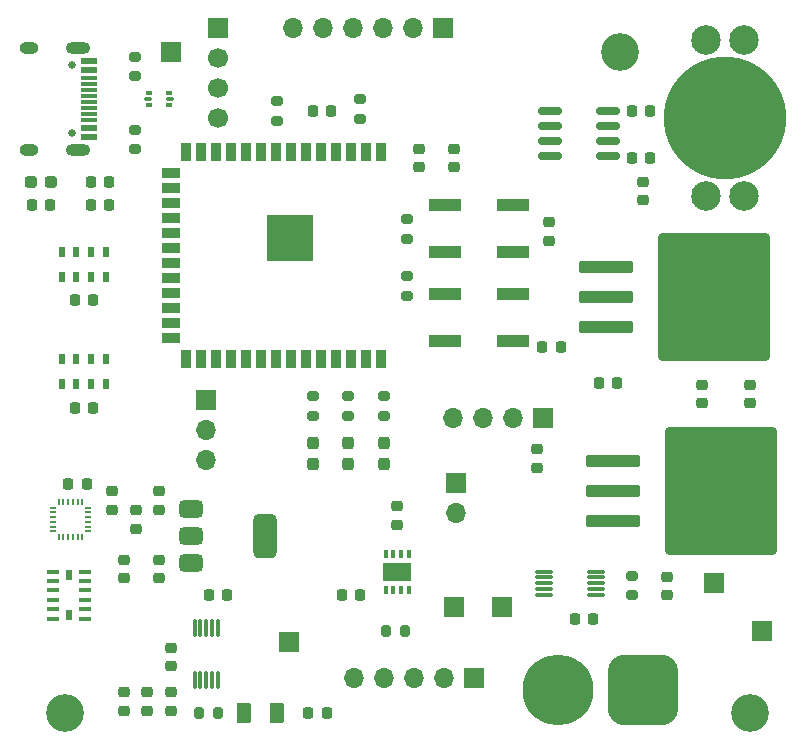
<source format=gbr>
%TF.GenerationSoftware,KiCad,Pcbnew,9.0.6*%
%TF.CreationDate,2025-12-27T23:02:08-08:00*%
%TF.ProjectId,Test Rocket Board,54657374-2052-46f6-936b-657420426f61,rev?*%
%TF.SameCoordinates,Original*%
%TF.FileFunction,Soldermask,Top*%
%TF.FilePolarity,Negative*%
%FSLAX46Y46*%
G04 Gerber Fmt 4.6, Leading zero omitted, Abs format (unit mm)*
G04 Created by KiCad (PCBNEW 9.0.6) date 2025-12-27 23:02:08*
%MOMM*%
%LPD*%
G01*
G04 APERTURE LIST*
G04 Aperture macros list*
%AMRoundRect*
0 Rectangle with rounded corners*
0 $1 Rounding radius*
0 $2 $3 $4 $5 $6 $7 $8 $9 X,Y pos of 4 corners*
0 Add a 4 corners polygon primitive as box body*
4,1,4,$2,$3,$4,$5,$6,$7,$8,$9,$2,$3,0*
0 Add four circle primitives for the rounded corners*
1,1,$1+$1,$2,$3*
1,1,$1+$1,$4,$5*
1,1,$1+$1,$6,$7*
1,1,$1+$1,$8,$9*
0 Add four rect primitives between the rounded corners*
20,1,$1+$1,$2,$3,$4,$5,0*
20,1,$1+$1,$4,$5,$6,$7,0*
20,1,$1+$1,$6,$7,$8,$9,0*
20,1,$1+$1,$8,$9,$2,$3,0*%
G04 Aperture macros list end*
%ADD10R,0.550000X0.950000*%
%ADD11RoundRect,0.200000X0.275000X-0.200000X0.275000X0.200000X-0.275000X0.200000X-0.275000X-0.200000X0*%
%ADD12RoundRect,0.237500X0.237500X-0.287500X0.237500X0.287500X-0.237500X0.287500X-0.237500X-0.287500X0*%
%ADD13RoundRect,0.225000X0.250000X-0.225000X0.250000X0.225000X-0.250000X0.225000X-0.250000X-0.225000X0*%
%ADD14RoundRect,0.200000X-0.275000X0.200000X-0.275000X-0.200000X0.275000X-0.200000X0.275000X0.200000X0*%
%ADD15RoundRect,0.075000X-0.650000X-0.075000X0.650000X-0.075000X0.650000X0.075000X-0.650000X0.075000X0*%
%ADD16R,1.700000X1.700000*%
%ADD17C,1.700000*%
%ADD18RoundRect,0.218750X0.218750X0.256250X-0.218750X0.256250X-0.218750X-0.256250X0.218750X-0.256250X0*%
%ADD19C,3.200000*%
%ADD20O,1.700000X1.700000*%
%ADD21RoundRect,0.200000X0.200000X0.275000X-0.200000X0.275000X-0.200000X-0.275000X0.200000X-0.275000X0*%
%ADD22RoundRect,0.250000X-2.050000X-0.300000X2.050000X-0.300000X2.050000X0.300000X-2.050000X0.300000X0*%
%ADD23RoundRect,0.250002X-4.449998X-5.149998X4.449998X-5.149998X4.449998X5.149998X-4.449998X5.149998X0*%
%ADD24RoundRect,0.225000X-0.225000X-0.250000X0.225000X-0.250000X0.225000X0.250000X-0.225000X0.250000X0*%
%ADD25RoundRect,0.218750X-0.256250X0.218750X-0.256250X-0.218750X0.256250X-0.218750X0.256250X0.218750X0*%
%ADD26R,0.900000X1.500000*%
%ADD27R,1.500000X0.900000*%
%ADD28C,0.600000*%
%ADD29R,3.900000X3.900000*%
%ADD30RoundRect,0.225000X-0.250000X0.225000X-0.250000X-0.225000X0.250000X-0.225000X0.250000X0.225000X0*%
%ADD31R,2.750000X1.000000*%
%ADD32RoundRect,0.218750X-0.218750X-0.256250X0.218750X-0.256250X0.218750X0.256250X-0.218750X0.256250X0*%
%ADD33RoundRect,0.250000X0.375000X0.625000X-0.375000X0.625000X-0.375000X-0.625000X0.375000X-0.625000X0*%
%ADD34R,0.350000X0.650000*%
%ADD35R,2.400000X1.550000*%
%ADD36C,0.650000*%
%ADD37R,1.450000X0.600000*%
%ADD38R,1.450000X0.300000*%
%ADD39O,2.100000X1.000000*%
%ADD40O,1.600000X1.000000*%
%ADD41RoundRect,0.150000X0.825000X0.150000X-0.825000X0.150000X-0.825000X-0.150000X0.825000X-0.150000X0*%
%ADD42RoundRect,0.225000X0.225000X0.250000X-0.225000X0.250000X-0.225000X-0.250000X0.225000X-0.250000X0*%
%ADD43RoundRect,0.375000X-0.625000X-0.375000X0.625000X-0.375000X0.625000X0.375000X-0.625000X0.375000X0*%
%ADD44RoundRect,0.500000X-0.500000X-1.400000X0.500000X-1.400000X0.500000X1.400000X-0.500000X1.400000X0*%
%ADD45RoundRect,0.075000X-0.075000X0.650000X-0.075000X-0.650000X0.075000X-0.650000X0.075000X0.650000X0*%
%ADD46RoundRect,1.500000X1.500000X1.500000X-1.500000X1.500000X-1.500000X-1.500000X1.500000X-1.500000X0*%
%ADD47C,6.000000*%
%ADD48RoundRect,0.237500X0.287500X0.237500X-0.287500X0.237500X-0.287500X-0.237500X0.287500X-0.237500X0*%
%ADD49RoundRect,0.093750X-0.156250X-0.093750X0.156250X-0.093750X0.156250X0.093750X-0.156250X0.093750X0*%
%ADD50RoundRect,0.075000X-0.250000X-0.075000X0.250000X-0.075000X0.250000X0.075000X-0.250000X0.075000X0*%
%ADD51RoundRect,0.050000X0.050000X-0.225000X0.050000X0.225000X-0.050000X0.225000X-0.050000X-0.225000X0*%
%ADD52RoundRect,0.050000X0.225000X0.050000X-0.225000X0.050000X-0.225000X-0.050000X0.225000X-0.050000X0*%
%ADD53C,10.404000*%
%ADD54C,2.504000*%
%ADD55R,1.117800X0.449200*%
%ADD56R,0.500000X0.813000*%
G04 APERTURE END LIST*
D10*
%TO.C,U3*%
X136750000Y-107150000D03*
X138000000Y-107150000D03*
X139250000Y-107150000D03*
X140500000Y-107150000D03*
X140500000Y-105000000D03*
X139250000Y-105000000D03*
X138000000Y-105000000D03*
X136750000Y-105000000D03*
%TD*%
D11*
%TO.C,R9*%
X185000000Y-125000000D03*
X185000000Y-123350000D03*
%TD*%
%TO.C,R3*%
X166000000Y-99650000D03*
X166000000Y-98000000D03*
%TD*%
D12*
%TO.C,D2*%
X158000000Y-113875000D03*
X158000000Y-112125000D03*
%TD*%
D13*
%TO.C,C4*%
X186000000Y-91550000D03*
X186000000Y-90000000D03*
%TD*%
D14*
%TO.C,R5*%
X142955000Y-85600000D03*
X142955000Y-87250000D03*
%TD*%
D12*
%TO.C,D4*%
X164000000Y-113875000D03*
X164000000Y-112125000D03*
%TD*%
D15*
%TO.C,U9*%
X177600000Y-123000000D03*
X177600000Y-123500000D03*
X177600000Y-124000000D03*
X177600000Y-124500000D03*
X177600000Y-125000000D03*
X182000000Y-125000000D03*
X182000000Y-124500000D03*
X182000000Y-124000000D03*
X182000000Y-123500000D03*
X182000000Y-123000000D03*
%TD*%
D16*
%TO.C,J8*%
X150000000Y-76960000D03*
D17*
X150000000Y-79500000D03*
X150000000Y-82040000D03*
X150000000Y-84580000D03*
%TD*%
D18*
%TO.C,D7*%
X140787500Y-92000000D03*
X139212500Y-92000000D03*
%TD*%
D11*
%TO.C,R6*%
X158000000Y-109825000D03*
X158000000Y-108175000D03*
%TD*%
D18*
%TO.C,F1*%
X135787500Y-92000000D03*
X134212500Y-92000000D03*
%TD*%
D19*
%TO.C,H2*%
X195000000Y-135000000D03*
%TD*%
D16*
%TO.C,J2*%
X177540000Y-110000000D03*
D20*
X175000000Y-110000000D03*
X172460000Y-110000000D03*
X169920000Y-110000000D03*
%TD*%
D16*
%TO.C,TP4*%
X156000000Y-129000000D03*
%TD*%
D21*
%TO.C,R10*%
X150000000Y-135000000D03*
X148350000Y-135000000D03*
%TD*%
D22*
%TO.C,U6*%
X182850000Y-97235000D03*
X182850000Y-99775000D03*
D23*
X192000000Y-99775000D03*
D22*
X182850000Y-102315000D03*
%TD*%
D24*
%TO.C,C10*%
X137850000Y-100000000D03*
X139400000Y-100000000D03*
%TD*%
D25*
%TO.C,D6*%
X142000000Y-133212500D03*
X142000000Y-134787500D03*
%TD*%
D26*
%TO.C,IC1*%
X163781683Y-87500000D03*
X162511683Y-87500000D03*
X161241683Y-87500000D03*
X159971683Y-87500000D03*
X158701683Y-87500000D03*
X157431683Y-87500000D03*
X156161683Y-87500000D03*
X154891683Y-87500000D03*
X153621683Y-87500000D03*
X152351683Y-87500000D03*
X151081683Y-87500000D03*
X149811683Y-87500000D03*
X148541683Y-87500000D03*
X147271683Y-87500000D03*
D27*
X146021683Y-89265000D03*
X146021683Y-90535000D03*
X146021683Y-91805000D03*
X146021683Y-93075000D03*
X146021683Y-94345000D03*
X146021683Y-95615000D03*
X146021683Y-96885000D03*
X146021683Y-98155000D03*
X146021683Y-99425000D03*
X146021683Y-100695000D03*
X146021683Y-101965000D03*
X146021683Y-103235000D03*
D26*
X147271683Y-105000000D03*
X148541683Y-105000000D03*
X149811683Y-105000000D03*
X151081683Y-105000000D03*
X152351683Y-105000000D03*
X153621683Y-105000000D03*
X154891683Y-105000000D03*
X156161683Y-105000000D03*
X157431683Y-105000000D03*
X158701683Y-105000000D03*
X159971683Y-105000000D03*
X161241683Y-105000000D03*
X162511683Y-105000000D03*
X163781683Y-105000000D03*
D28*
X156761683Y-93350000D03*
X155361683Y-93350000D03*
X157461683Y-94050000D03*
X156061683Y-94050000D03*
X154661683Y-94050000D03*
X156761683Y-94750000D03*
D29*
X156061683Y-94750000D03*
D28*
X155361683Y-94750000D03*
X157461683Y-95450000D03*
X156061683Y-95450000D03*
X154661683Y-95450000D03*
X156761683Y-96150000D03*
X155361683Y-96150000D03*
%TD*%
D30*
%TO.C,C3*%
X170000000Y-87225000D03*
X170000000Y-88775000D03*
%TD*%
D19*
%TO.C,H1*%
X137000000Y-135000000D03*
%TD*%
D25*
%TO.C,D5*%
X176968870Y-112653120D03*
X176968870Y-114228120D03*
%TD*%
D24*
%TO.C,C6*%
X185000000Y-84000000D03*
X186550000Y-84000000D03*
%TD*%
D13*
%TO.C,C22*%
X144000000Y-134775000D03*
X144000000Y-133225000D03*
%TD*%
D16*
%TO.C,J7*%
X171620000Y-132000000D03*
D20*
X169080000Y-132000000D03*
X166540000Y-132000000D03*
X164000000Y-132000000D03*
X161460000Y-132000000D03*
%TD*%
D10*
%TO.C,U4*%
X136750000Y-98075000D03*
X138000000Y-98075000D03*
X139250000Y-98075000D03*
X140500000Y-98075000D03*
X140500000Y-95925000D03*
X139250000Y-95925000D03*
X138000000Y-95925000D03*
X136750000Y-95925000D03*
%TD*%
D31*
%TO.C,SW2*%
X169240000Y-99500000D03*
X175000000Y-99500000D03*
X169240000Y-103500000D03*
X175000000Y-103500000D03*
%TD*%
D24*
%TO.C,C9*%
X137850000Y-109150000D03*
X139400000Y-109150000D03*
%TD*%
D32*
%TO.C,D1*%
X139212500Y-90000000D03*
X140787500Y-90000000D03*
%TD*%
D33*
%TO.C,F2*%
X155000000Y-135000000D03*
X152200000Y-135000000D03*
%TD*%
D34*
%TO.C,U11*%
X166125574Y-121476868D03*
X165475574Y-121476868D03*
X164825574Y-121476868D03*
X164175574Y-121476868D03*
X164175574Y-124576868D03*
X164825574Y-124576868D03*
X165475574Y-124576868D03*
X166125574Y-124576868D03*
D35*
X165150574Y-123026868D03*
%TD*%
D36*
%TO.C,J3*%
X137600000Y-80110000D03*
X137600000Y-85890000D03*
D37*
X139045000Y-79750000D03*
X139045000Y-80550000D03*
D38*
X139045000Y-81750000D03*
X139045000Y-82750000D03*
X139045000Y-83250000D03*
X139045000Y-84250000D03*
D37*
X139045000Y-85450000D03*
X139045000Y-86250000D03*
X139045000Y-86250000D03*
X139045000Y-85450000D03*
D38*
X139045000Y-84750000D03*
X139045000Y-83750000D03*
X139045000Y-82250000D03*
X139045000Y-81250000D03*
D37*
X139045000Y-80550000D03*
X139045000Y-79750000D03*
D39*
X138130000Y-78680000D03*
D40*
X133950000Y-78680000D03*
D39*
X138130000Y-87320000D03*
D40*
X133950000Y-87320000D03*
%TD*%
D21*
%TO.C,R12*%
X165825000Y-128046430D03*
X164175000Y-128046430D03*
%TD*%
D30*
%TO.C,C18*%
X195000000Y-107225000D03*
X195000000Y-108775000D03*
%TD*%
D41*
%TO.C,U1*%
X183000000Y-87810000D03*
X183000000Y-86540000D03*
X183000000Y-85270000D03*
X183000000Y-84000000D03*
X178050000Y-84000000D03*
X178050000Y-85270000D03*
X178050000Y-86540000D03*
X178050000Y-87810000D03*
%TD*%
D42*
%TO.C,C20*%
X181775000Y-127000000D03*
X180225000Y-127000000D03*
%TD*%
D24*
%TO.C,C5*%
X185000000Y-88000000D03*
X186550000Y-88000000D03*
%TD*%
D30*
%TO.C,C7*%
X178000000Y-93450000D03*
X178000000Y-95000000D03*
%TD*%
D43*
%TO.C,U8*%
X147700000Y-117700000D03*
X147700000Y-120000000D03*
D44*
X154000000Y-120000000D03*
D43*
X147700000Y-122300000D03*
%TD*%
D45*
%TO.C,U10*%
X150000000Y-127800000D03*
X149500000Y-127800000D03*
X149000000Y-127800000D03*
X148500000Y-127800000D03*
X148000000Y-127800000D03*
X148000000Y-132200000D03*
X148500000Y-132200000D03*
X149000000Y-132200000D03*
X149500000Y-132200000D03*
X150000000Y-132200000D03*
%TD*%
D30*
%TO.C,C2*%
X167000000Y-87228652D03*
X167000000Y-88778652D03*
%TD*%
D16*
%TO.C,J1*%
X149000000Y-108475000D03*
D20*
X149000000Y-111015000D03*
X149000000Y-113555000D03*
%TD*%
D13*
%TO.C,C23*%
X146000000Y-131000000D03*
X146000000Y-129450000D03*
%TD*%
D30*
%TO.C,C11*%
X143000000Y-117825000D03*
X143000000Y-119375000D03*
%TD*%
D46*
%TO.C,J5*%
X186000000Y-133000000D03*
D47*
X178800000Y-133000000D03*
%TD*%
D13*
%TO.C,C27*%
X142000000Y-123550000D03*
X142000000Y-122000000D03*
%TD*%
D16*
%TO.C,J6*%
X170110000Y-115485000D03*
D20*
X170110000Y-118025000D03*
%TD*%
D16*
%TO.C,5V1*%
X192000000Y-124000000D03*
%TD*%
D11*
%TO.C,R7*%
X161000000Y-109825000D03*
X161000000Y-108175000D03*
%TD*%
D16*
%TO.C,TP5*%
X146000000Y-79000000D03*
%TD*%
D13*
%TO.C,C21*%
X146000000Y-134775000D03*
X146000000Y-133225000D03*
%TD*%
D48*
%TO.C,FB1*%
X135875000Y-90000000D03*
X134125000Y-90000000D03*
%TD*%
D49*
%TO.C,U2*%
X144151036Y-82445306D03*
D50*
X144076036Y-82982806D03*
D49*
X144151036Y-83520306D03*
X145851036Y-83520306D03*
D50*
X145926036Y-82982806D03*
D49*
X145851036Y-82445306D03*
%TD*%
D12*
%TO.C,D3*%
X161000000Y-113875000D03*
X161000000Y-112125000D03*
%TD*%
D13*
%TO.C,C25*%
X165110000Y-119025000D03*
X165110000Y-117475000D03*
%TD*%
D11*
%TO.C,R8*%
X164000000Y-109825000D03*
X164000000Y-108175000D03*
%TD*%
%TO.C,R4*%
X142955000Y-81075000D03*
X142955000Y-79425000D03*
%TD*%
%TO.C,R11*%
X155000000Y-84825000D03*
X155000000Y-83175000D03*
%TD*%
D13*
%TO.C,C15*%
X188000000Y-125000000D03*
X188000000Y-123450000D03*
%TD*%
D22*
%TO.C,U7*%
X183425000Y-113685000D03*
X183425000Y-116225000D03*
D23*
X192575000Y-116225000D03*
D22*
X183425000Y-118765000D03*
%TD*%
D13*
%TO.C,C13*%
X141000000Y-117775000D03*
X141000000Y-116225000D03*
%TD*%
D16*
%TO.C,TP1*%
X170000000Y-126000000D03*
%TD*%
D14*
%TO.C,R2*%
X166000000Y-93175000D03*
X166000000Y-94825000D03*
%TD*%
D16*
%TO.C,J4*%
X169040000Y-77000000D03*
D20*
X166500000Y-77000000D03*
X163960000Y-77000000D03*
X161420000Y-77000000D03*
X158880000Y-77000000D03*
X156340000Y-77000000D03*
%TD*%
D16*
%TO.C,TP2*%
X174000000Y-126000000D03*
%TD*%
D13*
%TO.C,C26*%
X145000000Y-123550000D03*
X145000000Y-122000000D03*
%TD*%
D51*
%TO.C,U5*%
X136500000Y-120100000D03*
X136900000Y-120100000D03*
X137300000Y-120100000D03*
X137700000Y-120100000D03*
X138100000Y-120100000D03*
X138500000Y-120100000D03*
D52*
X139000000Y-119600000D03*
X139000000Y-119200000D03*
X139000000Y-118800000D03*
X139000000Y-118400000D03*
X139000000Y-118000000D03*
X139000000Y-117600000D03*
D51*
X138500000Y-117100000D03*
X138100000Y-117100000D03*
X137700000Y-117100000D03*
X137300000Y-117100000D03*
X136900000Y-117100000D03*
X136500000Y-117100000D03*
D52*
X136000000Y-117600000D03*
X136000000Y-118000000D03*
X136000000Y-118400000D03*
X136000000Y-118800000D03*
X136000000Y-119200000D03*
X136000000Y-119600000D03*
%TD*%
D53*
%TO.C,BT1*%
X192900000Y-84600000D03*
D54*
X191300000Y-91200000D03*
X194500000Y-91200000D03*
X194500000Y-78000000D03*
X191300000Y-78000000D03*
%TD*%
D24*
%TO.C,C16*%
X149225000Y-125000000D03*
X150775000Y-125000000D03*
%TD*%
D31*
%TO.C,SW1*%
X169240000Y-91950000D03*
X175000000Y-91950000D03*
X169240000Y-95950000D03*
X175000000Y-95950000D03*
%TD*%
D24*
%TO.C,C12*%
X137305000Y-115600000D03*
X138855000Y-115600000D03*
%TD*%
D32*
%TO.C,D8*%
X157625000Y-135000000D03*
X159200000Y-135000000D03*
%TD*%
D24*
%TO.C,C24*%
X160450000Y-125025000D03*
X162000000Y-125025000D03*
%TD*%
%TO.C,C1*%
X158000000Y-84000000D03*
X159550000Y-84000000D03*
%TD*%
D13*
%TO.C,C19*%
X145000000Y-117775000D03*
X145000000Y-116225000D03*
%TD*%
%TO.C,C17*%
X191000000Y-108775000D03*
X191000000Y-107225000D03*
%TD*%
D16*
%TO.C,TP3*%
X196000000Y-128000000D03*
%TD*%
D42*
%TO.C,C8*%
X179000000Y-104000000D03*
X177450000Y-104000000D03*
%TD*%
%TO.C,C14*%
X183775000Y-107000000D03*
X182225000Y-107000000D03*
%TD*%
D19*
%TO.C,H3*%
X184000000Y-79000000D03*
%TD*%
D55*
%TO.C,U12*%
X138741802Y-127000000D03*
X138741802Y-126199999D03*
X138741802Y-125399998D03*
X138741802Y-124600000D03*
X138741802Y-123799999D03*
X138741802Y-123000000D03*
D56*
X137370901Y-123281501D03*
D55*
X136000000Y-122999998D03*
X136000000Y-123799999D03*
X136000000Y-124600000D03*
X136000000Y-125399998D03*
X136000000Y-126199999D03*
X136000000Y-126999998D03*
D56*
X137370901Y-126718497D03*
%TD*%
D14*
%TO.C,R1*%
X162000000Y-83000000D03*
X162000000Y-84650000D03*
%TD*%
M02*

</source>
